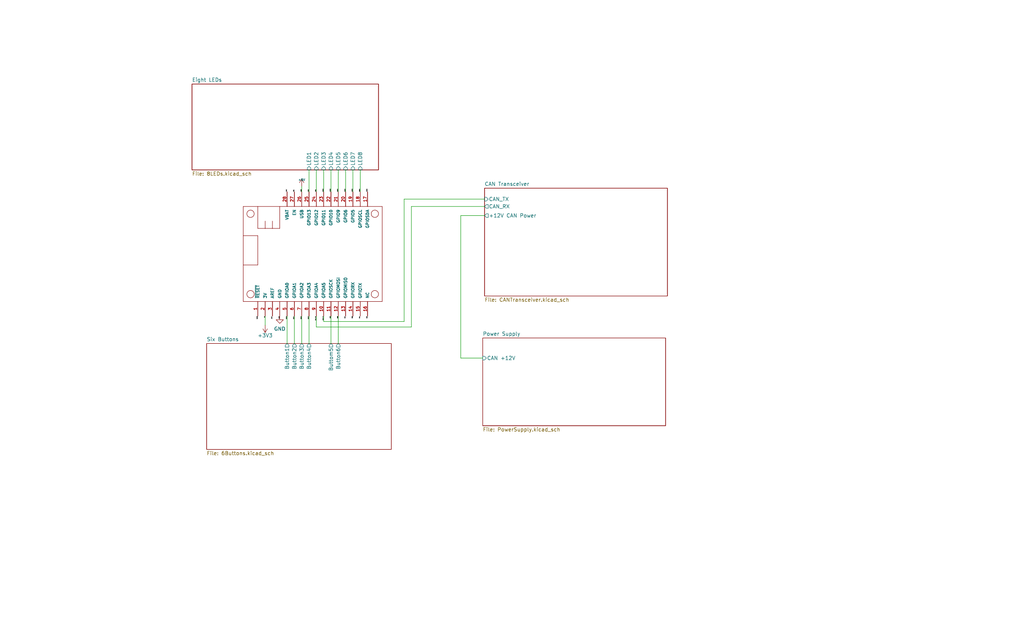
<source format=kicad_sch>
(kicad_sch (version 20211123) (generator eeschema)
  (paper "USLegal")
  (title_block (title "FeatherWing.sch") (date "3 SEP 2024"))
  (lib_symbols
    (symbol "ESP32-PWMHalfSiding-rescue:+5V" (power) (pin_names (offset 0))
      (property "Value" "+5V" (at 0 3.556 0))
      (symbol "+5V_0_1"
        (polyline (pts (xy -0.762 1.27) (xy 0 2.54)))
        (polyline (pts (xy 0 0) (xy 0 2.54)))
        (polyline (pts (xy 0 2.54) (xy 0.762 1.27)))
      )
      (symbol "+5V_1_1"
        (pin power_in line (at 0 0 90) (length 0) hide (name "+5V") (number "1"))
      )
    )
    (symbol "ESP32-T7S3-MultiFunctionUniversalTurnout-rescue:+3V3" (power) (pin_names (offset 0))
      (property "Value" "+3V3" (at 0 3.556 0))
      (symbol "+3V3_0_1"
        (polyline (pts (xy -0.762 1.27) (xy 0 2.54)))
        (polyline (pts (xy 0 0) (xy 0 2.54)))
        (polyline (pts (xy 0 2.54) (xy 0.762 1.27)))
      )
      (symbol "+3V3_1_1"
        (pin power_in line (at 0 0 90) (length 0) hide (name "+3V3") (number "1"))
      )
    )
    (symbol "ESP32-T7S3-MultiFunctionUniversalTurnout-rescue:GND" (power) (pin_names (offset 0))
      (property "Value" "GND" (at 0 -3.81 0))
      (symbol "GND_0_1"
        (polyline (pts (xy 0 0) (xy 0 -1.27) (xy 1.27 -1.27) (xy 0 -2.54) (xy -1.27 -1.27) (xy 0 -1.27)))
      )
      (symbol "GND_1_1"
        (pin power_in line (at 0 0 270) (length 0) hide (name "GND") (number "1"))
      )
    )
    (symbol "FeatherWing:FEATHERWING" (pin_names (offset 1.016))
      (symbol "FEATHERWING_1_0"
        (polyline (pts (xy 0 0) (xy 48.26 0)))
        (polyline (pts (xy 0 12.7) (xy 0 0)))
        (polyline (pts (xy 0 22.86) (xy 0 12.7)))
        (polyline (pts (xy 0 22.86) (xy 5.08 22.86)))
        (polyline (pts (xy 0 33.02) (xy 0 22.86)))
        (polyline (pts (xy 5.08 12.7) (xy 0 12.7)))
        (polyline (pts (xy 5.08 22.86) (xy 5.08 12.7)))
        (polyline (pts (xy 5.08 25.4) (xy 7.62 25.4)))
        (polyline (pts (xy 5.08 33.02) (xy 0 33.02)))
        (polyline (pts (xy 5.08 33.02) (xy 5.08 25.4)))
        (polyline (pts (xy 7.62 25.4) (xy 10.16 25.4)))
        (polyline (pts (xy 7.62 27.94) (xy 7.62 25.4)))
        (polyline (pts (xy 10.16 25.4) (xy 12.7 25.4)))
        (polyline (pts (xy 10.16 27.94) (xy 10.16 25.4)))
        (polyline (pts (xy 12.7 25.4) (xy 12.7 33.02)))
        (polyline (pts (xy 12.7 33.02) (xy 5.08 33.02)))
        (polyline (pts (xy 48.26 0) (xy 48.26 33.02)))
        (polyline (pts (xy 48.26 33.02) (xy 12.7 33.02)))
      )
      (symbol "FEATHERWING_1_1"
        (circle (center 2.54 2.54) (radius 1.27))
        (circle (center 2.54 30.48) (radius 1.27))
        (circle (center 45.72 2.54) (radius 1.27))
        (circle (center 45.72 30.48) (radius 1.27))
        (pin input line (at 5.08 -5.08 90) (length 5.08) (name "~{RESET}") (number "1"))
        (pin bidirectional line (at 27.94 -5.08 90) (length 5.08) (name "GPIOA5") (number "10"))
        (pin bidirectional line (at 30.48 -5.08 90) (length 5.08) (name "GPIOSCK") (number "11"))
        (pin bidirectional line (at 33.02 -5.08 90) (length 5.08) (name "GPIOMOSI") (number "12"))
        (pin bidirectional line (at 35.56 -5.08 90) (length 5.08) (name "GPIOMISO") (number "13"))
        (pin bidirectional line (at 38.1 -5.08 90) (length 5.08) (name "GPIORX") (number "14"))
        (pin bidirectional line (at 40.64 -5.08 90) (length 5.08) (name "GPIOTX") (number "15"))
        (pin passive line (at 43.18 -5.08 90) (length 5.08) (name "NC") (number "16"))
        (pin bidirectional line (at 43.18 38.1 270) (length 5.08) (name "GPIOSDA") (number "17"))
        (pin bidirectional line (at 40.64 38.1 270) (length 5.08) (name "GPIOSCL") (number "18"))
        (pin bidirectional line (at 38.1 38.1 270) (length 5.08) (name "GPIO5") (number "19"))
        (pin power_out line (at 7.62 -5.08 90) (length 5.08) (name "3V") (number "2"))
        (pin bidirectional line (at 35.56 38.1 270) (length 5.08) (name "GPIO6") (number "20"))
        (pin bidirectional line (at 33.02 38.1 270) (length 5.08) (name "GPIO9") (number "21"))
        (pin bidirectional line (at 30.48 38.1 270) (length 5.08) (name "GPIO10") (number "22"))
        (pin bidirectional line (at 27.94 38.1 270) (length 5.08) (name "GPIO11") (number "23"))
        (pin bidirectional line (at 25.4 38.1 270) (length 5.08) (name "GPIO12") (number "24"))
        (pin bidirectional line (at 22.86 38.1 270) (length 5.08) (name "GPIO13") (number "25"))
        (pin power_out line (at 20.32 38.1 270) (length 5.08) (name "USB") (number "26"))
        (pin passive line (at 17.78 38.1 270) (length 5.08) (name "EN") (number "27"))
        (pin power_out line (at 15.24 38.1 270) (length 5.08) (name "VBAT") (number "28"))
        (pin passive line (at 10.16 -5.08 90) (length 5.08) (name "AREF") (number "3"))
        (pin power_in line (at 12.7 -5.08 90) (length 5.08) (name "GND") (number "4"))
        (pin bidirectional line (at 15.24 -5.08 90) (length 5.08) (name "GPIOA0") (number "5"))
        (pin bidirectional line (at 17.78 -5.08 90) (length 5.08) (name "GPIOA1") (number "6"))
        (pin bidirectional line (at 20.32 -5.08 90) (length 5.08) (name "GPIOA2") (number "7"))
        (pin bidirectional line (at 22.86 -5.08 90) (length 5.08) (name "GPIOA3") (number "8"))
        (pin bidirectional line (at 25.4 -5.08 90) (length 5.08) (name "GPIOA4") (number "9"))
      )
    )
  )
  (wire (pts (xy 114.935 109.855) (xy 114.935 119.38)))
  (wire (pts (xy 109.855 113.665) (xy 142.875 113.665)))
  (wire (pts (xy 125.095 59.055) (xy 125.095 66.675)))
  (wire (pts (xy 142.875 71.755) (xy 168.275 71.755)))
  (wire (pts (xy 107.315 109.855) (xy 107.315 119.38)))
  (wire (pts (xy 140.335 69.215) (xy 140.335 111.76)))
  (wire (pts (xy 112.395 59.055) (xy 112.395 66.675)))
  (wire (pts (xy 140.335 111.76) (xy 112.395 111.76)))
  (wire (pts (xy 117.475 59.055) (xy 117.475 66.675)))
  (wire (pts (xy 92.075 109.855) (xy 92.075 113.03)))
  (wire (pts (xy 160.02 74.93) (xy 160.02 124.46)))
  (wire (pts (xy 117.475 109.855) (xy 117.475 119.38)))
  (wire (pts (xy 120.015 59.055) (xy 120.015 66.675)))
  (wire (pts (xy 112.395 111.76) (xy 112.395 109.855)))
  (wire (pts (xy 104.775 109.855) (xy 104.775 119.38)))
  (wire (pts (xy 109.855 59.055) (xy 109.855 66.675)))
  (wire (pts (xy 160.02 124.46) (xy 167.64 124.46)))
  (wire (pts (xy 142.875 113.665) (xy 142.875 71.755)))
  (wire (pts (xy 99.695 109.855) (xy 99.695 119.38)))
  (wire (pts (xy 107.315 59.055) (xy 107.315 66.675)))
  (wire (pts (xy 168.275 74.93) (xy 160.02 74.93)))
  (wire (pts (xy 102.235 109.855) (xy 102.235 119.38)))
  (wire (pts (xy 168.275 69.215) (xy 140.335 69.215)))
  (wire (pts (xy 114.935 59.055) (xy 114.935 66.675)))
  (wire (pts (xy 109.855 109.855) (xy 109.855 113.665)))
  (wire (pts (xy 104.775 64.77) (xy 104.775 66.675)))
  (wire (pts (xy 122.555 59.055) (xy 122.555 66.675)))
  (label "N$4" (at 125.095 109.855 270) (effects (font (size 0.254 0.254))))
  (label "N$3" (at 107.315 66.675 90) (effects (font (size 0.254 0.254))))
  (label "N$23" (at 122.555 66.675 90) (effects (font (size 0.254 0.254))))
  (label "N$25" (at 127.635 66.675 90) (effects (font (size 0.254 0.254))))
  (label "3V" (at 92.075 109.855 270) (effects (font (size 0.254 0.254))))
  (label "GND" (at 97.155 109.855 270) (effects (font (size 0.254 0.254))))
  (label "N$2" (at 127.635 109.855 270) (effects (font (size 0.254 0.254))))
  (label "N$9" (at 114.935 109.855 270) (effects (font (size 0.254 0.254))))
  (label "CAN_TX" (at 112.395 109.855 270) (effects (font (size 0.254 0.254))))
  (label "N$13" (at 104.775 109.855 270) (effects (font (size 0.254 0.254))))
  (label "CAN_RX" (at 109.855 109.855 270) (effects (font (size 0.254 0.254))))
  (label "N$22" (at 120.015 66.675 90) (effects (font (size 0.254 0.254))))
  (label "AREF" (at 94.615 109.855 270) (effects (font (size 0.254 0.254))))
  (label "N$7" (at 120.015 109.855 270) (effects (font (size 0.254 0.254))))
  (label "N$1" (at 102.235 66.675 90) (effects (font (size 0.254 0.254))))
  (label "N$6" (at 122.555 109.855 270) (effects (font (size 0.254 0.254))))
  (label "N$5" (at 109.855 66.675 90) (effects (font (size 0.254 0.254))))
  (label "N$24" (at 125.095 66.675 90) (effects (font (size 0.254 0.254))))
  (label "N$8" (at 117.475 109.855 270) (effects (font (size 0.254 0.254))))
  (label "N$21" (at 117.475 66.675 90) (effects (font (size 0.254 0.254))))
  (label "USB" (at 104.775 66.675 90) (effects (font (size 0.254 0.254))))
  (label "N$20" (at 114.935 66.675 90) (effects (font (size 0.254 0.254))))
  (label "N$19" (at 112.395 66.675 90) (effects (font (size 0.254 0.254))))
  (label "N$18" (at 89.535 109.855 270) (effects (font (size 0.254 0.254))))
  (label "N$14" (at 102.235 109.855 270) (effects (font (size 0.254 0.254))))
  (label "N$12" (at 107.315 109.855 270) (effects (font (size 0.254 0.254))))
  (label "VBAT" (at 99.695 66.675 90) (effects (font (size 0.254 0.254))))
  (label "N$15" (at 99.695 109.855 270) (effects (font (size 0.254 0.254))))
  (symbol (lib_id "FeatherWing:FEATHERWING") (at 84.455 104.775 0) (unit 1)
    (property "Reference" "MS1" (effects hide))
    (property "Value" "FEATHERWING" (effects hide))
    (property "Footprint" "FeatherWing:FEATHERWING" (effects hide))
  )
  (symbol (lib_id "ESP32-T7S3-MultiFunctionUniversalTurnout-rescue:GND") (at 97.155 109.855 0) (unit 1)
    (property "Reference" "#PWR0108" (effects hide))
    (property "Value" "GND" (at 97.155 114.3 0))
  )
  (symbol (lib_id "ESP32-T7S3-MultiFunctionUniversalTurnout-rescue:+3V3") (at 92.075 113.03 180) (unit 1)
    (property "Reference" "#PWR0101" (effects hide))
    (property "Value" "+3V3" (at 92.075 116.586 0))
  )
  (symbol (lib_id "ESP32-PWMHalfSiding-rescue:+5V") (at 104.775 64.77 0) (unit 1)
    (property "Reference" "#PWR0102" (effects hide))
    (property "Value" "+5V" (at 104.775 62.484 0) (effects (font (size 0.762 0.762))))
  )
  (sheet (at 71.755 119.38) (size 64.135 36.83) (stroke (width 0.1524))
    (property "Sheet name" "Six Buttons" (at 71.755 118.6684 0) (effects (justify left bottom)))
    (property "Sheet file" "6Buttons.kicad_sch" (at 71.755 156.7946 0) (effects (justify left top)))
    (pin "Button3" output (at 104.775 119.38 90))
    (pin "Button2" output (at 102.235 119.38 90))
    (pin "Button1" output (at 99.695 119.38 90))
    (pin "Buttom5" output (at 114.935 119.38 90))
    (pin "Button4" output (at 107.315 119.38 90))
    (pin "Button6" output (at 117.475 119.38 90))
  )
  (sheet (at 167.64 117.475) (size 63.5 30.48) (stroke (width 0.1524))
    (property "Sheet name" "Power Supply" (at 167.64 116.7634 0) (effects (justify left bottom)))
    (property "Sheet file" "PowerSupply.kicad_sch" (at 167.64 148.5396 0) (effects (justify left top)))
    (pin "CAN +12V" input (at 167.64 124.46 180))
  )
  (sheet (at 66.675 29.21) (size 64.77 29.845) (stroke (width 0.1524))
    (property "Sheet name" "Eight LEDs" (at 66.675 28.4984 0) (effects (justify left bottom)))
    (property "Sheet file" "8LEDs.kicad_sch" (at 66.675 59.6396 0) (effects (justify left top)))
    (pin "LED3" input (at 112.395 59.055 270))
    (pin "LED1" input (at 107.315 59.055 270))
    (pin "LED2" input (at 109.855 59.055 270))
    (pin "LED5" input (at 117.475 59.055 270))
    (pin "LED6" input (at 120.015 59.055 270))
    (pin "LED4" input (at 114.935 59.055 270))
    (pin "LED8" input (at 125.095 59.055 270))
    (pin "LED7" input (at 122.555 59.055 270))
  )
  (sheet (at 168.275 65.405) (size 63.5 37.465) (stroke (width 0.1524))
    (property "Sheet name" "CAN Transceiver" (at 168.275 64.6934 0) (effects (justify left bottom)))
    (property "Sheet file" "CANTransceiver.kicad_sch" (at 168.275 103.4546 0) (effects (justify left top)))
    (pin "CAN_TX" input (at 168.275 69.215 180))
    (pin "CAN_RX" output (at 168.275 71.755 180))
    (pin "+12V CAN Power" output (at 168.275 74.93 180))
  )
)
</source>
